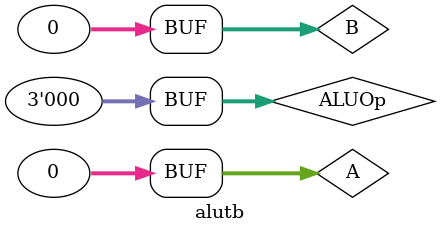
<source format=v>
`timescale 1ns / 1ps


module alutb;

	// Inputs
	reg [31:0] A;
	reg [31:0] B;
	reg [2:0] ALUOp;

	// Outputs
	wire [31:0] C;

	// Instantiate the Unit Under Test (UUT)
	alu uut (
		.A(A), 
		.B(B), 
		.ALUOp(ALUOp), 
		.C(C)
	);

	initial begin
		// Initialize Inputs
		A = 0;
		B = 0;
		ALUOp = 0;

		// Wait 100 ns for global reset to finish
		#100;
        
		// Add stimulus here

	end
      
endmodule


</source>
